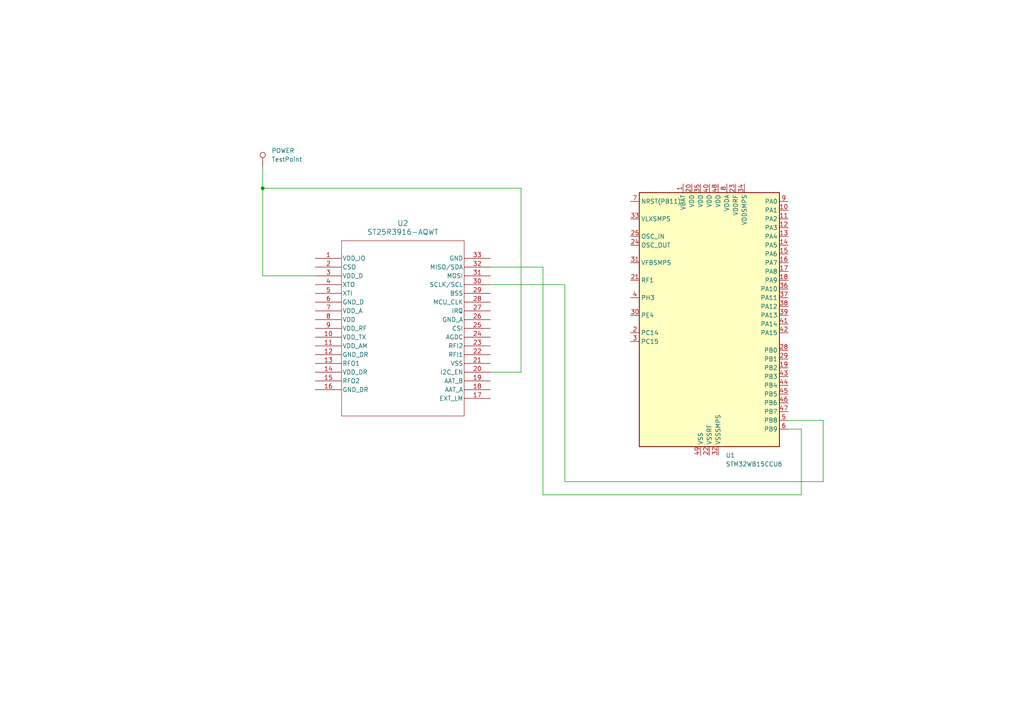
<source format=kicad_sch>
(kicad_sch (version 20230121) (generator eeschema)
  (paper "A4")
  (lib_symbols
    (symbol "2023-09-19_22-20-53:ST25R3916-AQWT" (pin_names (offset 0.254))
      (property "Reference" "U" (at 25.4 10.16 0))
      (property "Value" "ST25R3916-AQWT" (at 25.4 7.62 0))
      (symbol "ST25R3916-AQWT_0_1"
        (polyline (pts (xy 7.62 -45.72) (xy 43.18 -45.72)) (stroke (width 0.127)))
        (polyline (pts (xy 7.62 5.08) (xy 7.62 -45.72)) (stroke (width 0.127)))
        (polyline (pts (xy 43.18 -45.72) (xy 43.18 5.08)) (stroke (width 0.127)))
        (polyline (pts (xy 43.18 5.08) (xy 7.62 5.08)) (stroke (width 0.127)))
        (pin power_in line (at 0 0 0) (length 7.62) (name "VDD_IO") (number "1"))
        (pin power_in line (at 0 -22.86 0) (length 7.62) (name "VDD_TX") (number "10"))
        (pin unspecified line (at 0 -25.4 0) (length 7.62) (name "VDD_AM") (number "11"))
        (pin power_out line (at 0 -27.94 0) (length 7.62) (name "GND_DR") (number "12"))
        (pin unspecified line (at 0 -30.48 0) (length 7.62) (name "RFO1") (number "13"))
        (pin power_in line (at 0 -33.02 0) (length 7.62) (name "VDD_DR") (number "14"))
        (pin unspecified line (at 0 -35.56 0) (length 7.62) (name "RFO2") (number "15"))
        (pin power_out line (at 0 -38.1 0) (length 7.62) (name "GND_DR") (number "16"))
        (pin unspecified line (at 50.8 -40.64 180) (length 7.62) (name "EXT_LM") (number "17"))
        (pin unspecified line (at 50.8 -38.1 180) (length 7.62) (name "AAT_A") (number "18"))
        (pin unspecified line (at 50.8 -35.56 180) (length 7.62) (name "AAT_B") (number "19"))
        (pin unspecified line (at 0 -2.54 0) (length 7.62) (name "CSO") (number "2"))
        (pin input line (at 50.8 -33.02 180) (length 7.62) (name "I2C_EN") (number "20"))
        (pin power_out line (at 50.8 -30.48 180) (length 7.62) (name "VSS") (number "21"))
        (pin unspecified line (at 50.8 -27.94 180) (length 7.62) (name "RFI1") (number "22"))
        (pin unspecified line (at 50.8 -25.4 180) (length 7.62) (name "RFI2") (number "23"))
        (pin unspecified line (at 50.8 -22.86 180) (length 7.62) (name "AGDC") (number "24"))
        (pin unspecified line (at 50.8 -20.32 180) (length 7.62) (name "CSI") (number "25"))
        (pin power_out line (at 50.8 -17.78 180) (length 7.62) (name "GND_A") (number "26"))
        (pin output line (at 50.8 -15.24 180) (length 7.62) (name "IRQ") (number "27"))
        (pin output line (at 50.8 -12.7 180) (length 7.62) (name "MCU_CLK") (number "28"))
        (pin input line (at 50.8 -10.16 180) (length 7.62) (name "BSS") (number "29"))
        (pin unspecified line (at 0 -5.08 0) (length 7.62) (name "VDD_D") (number "3"))
        (pin input line (at 50.8 -7.62 180) (length 7.62) (name "SCLK/SCL") (number "30"))
        (pin input line (at 50.8 -5.08 180) (length 7.62) (name "MOSI") (number "31"))
        (pin bidirectional line (at 50.8 -2.54 180) (length 7.62) (name "MISO/SDA") (number "32"))
        (pin power_out line (at 50.8 0 180) (length 7.62) (name "GND") (number "33"))
        (pin unspecified line (at 0 -7.62 0) (length 7.62) (name "XTO") (number "4"))
        (pin input line (at 0 -10.16 0) (length 7.62) (name "XTI") (number "5"))
        (pin power_out line (at 0 -12.7 0) (length 7.62) (name "GND_D") (number "6"))
        (pin unspecified line (at 0 -15.24 0) (length 7.62) (name "VDD_A") (number "7"))
        (pin power_in line (at 0 -17.78 0) (length 7.62) (name "VDD") (number "8"))
        (pin unspecified line (at 0 -20.32 0) (length 7.62) (name "VDD_RF") (number "9"))
      )
    )
    (symbol "Connector:TestPoint" (pin_numbers hide) (pin_names (offset 0.762) hide)
      (property "Reference" "TP" (at 0 6.858 0))
      (property "Value" "TestPoint" (at 0 5.08 0))
      (symbol "TestPoint_0_1"
        (circle (center 0 3.302) (radius 0.762))
      )
      (symbol "TestPoint_1_1"
        (pin passive line (at 0 0 90) (length 2.54) (name "1") (number "1"))
      )
    )
    (symbol "MCU_ST_STM32WB:STM32WB15CCUx"
      (property "Reference" "U" (at -20.32 39.37 0))
      (property "Value" "STM32WB15CCUx" (at 12.7 39.37 0))
      (symbol "STM32WB15CCUx_0_1"
        (rectangle (start -20.32 -35.56) (end 20.32 38.1) (stroke (width 0.254)) (fill (type background)))
      )
      (symbol "STM32WB15CCUx_1_1"
        (pin power_in line (at -7.62 40.64 270) (length 2.54) (name "VBAT") (number "1"))
        (pin bidirectional line (at 22.86 33.02 180) (length 2.54) (name "PA1") (number "10"))
        (pin bidirectional line (at 22.86 30.48 180) (length 2.54) (name "PA2") (number "11"))
        (pin bidirectional line (at 22.86 27.94 180) (length 2.54) (name "PA3") (number "12"))
        (pin bidirectional line (at 22.86 25.4 180) (length 2.54) (name "PA4") (number "13"))
        (pin bidirectional line (at 22.86 22.86 180) (length 2.54) (name "PA5") (number "14"))
        (pin bidirectional line (at 22.86 20.32 180) (length 2.54) (name "PA6") (number "15"))
        (pin bidirectional line (at 22.86 17.78 180) (length 2.54) (name "PA7") (number "16"))
        (pin bidirectional line (at 22.86 15.24 180) (length 2.54) (name "PA8") (number "17"))
        (pin bidirectional line (at 22.86 12.7 180) (length 2.54) (name "PA9") (number "18"))
        (pin bidirectional line (at 22.86 -12.7 180) (length 2.54) (name "PB2") (number "19"))
        (pin bidirectional line (at -22.86 -2.54 0) (length 2.54) (name "PC14") (number "2"))
        (pin power_in line (at -5.08 40.64 270) (length 2.54) (name "VDD") (number "20"))
        (pin bidirectional line (at -22.86 12.7 0) (length 2.54) (name "RF1") (number "21"))
        (pin power_in line (at 0 -38.1 90) (length 2.54) (name "VSSRF") (number "22"))
        (pin power_in line (at 7.62 40.64 270) (length 2.54) (name "VDDRF") (number "23"))
        (pin input line (at -22.86 22.86 0) (length 2.54) (name "OSC_OUT") (number "24"))
        (pin input line (at -22.86 25.4 0) (length 2.54) (name "OSC_IN") (number "25"))
        (pin no_connect line (at -20.32 -35.56 0) (length 2.54) hide (name "AT0") (number "26"))
        (pin no_connect line (at -20.32 -33.02 0) (length 2.54) hide (name "AT1") (number "27"))
        (pin bidirectional line (at 22.86 -7.62 180) (length 2.54) (name "PB0") (number "28"))
        (pin bidirectional line (at 22.86 -10.16 180) (length 2.54) (name "PB1") (number "29"))
        (pin bidirectional line (at -22.86 -5.08 0) (length 2.54) (name "PC15") (number "3"))
        (pin bidirectional line (at -22.86 2.54 0) (length 2.54) (name "PE4") (number "30"))
        (pin input line (at -22.86 17.78 0) (length 2.54) (name "VFBSMPS") (number "31"))
        (pin power_in line (at 2.54 -38.1 90) (length 2.54) (name "VSSSMPS") (number "32"))
        (pin power_in line (at -22.86 30.48 0) (length 2.54) (name "VLXSMPS") (number "33"))
        (pin power_in line (at 10.16 40.64 270) (length 2.54) (name "VDDSMPS") (number "34"))
        (pin power_in line (at -2.54 40.64 270) (length 2.54) (name "VDD") (number "35"))
        (pin bidirectional line (at 22.86 10.16 180) (length 2.54) (name "PA10") (number "36"))
        (pin bidirectional line (at 22.86 7.62 180) (length 2.54) (name "PA11") (number "37"))
        (pin bidirectional line (at 22.86 5.08 180) (length 2.54) (name "PA12") (number "38"))
        (pin bidirectional line (at 22.86 2.54 180) (length 2.54) (name "PA13") (number "39"))
        (pin bidirectional line (at -22.86 7.62 0) (length 2.54) (name "PH3") (number "4"))
        (pin power_in line (at 0 40.64 270) (length 2.54) (name "VDD") (number "40"))
        (pin bidirectional line (at 22.86 0 180) (length 2.54) (name "PA14") (number "41"))
        (pin bidirectional line (at 22.86 -2.54 180) (length 2.54) (name "PA15") (number "42"))
        (pin bidirectional line (at 22.86 -15.24 180) (length 2.54) (name "PB3") (number "43"))
        (pin bidirectional line (at 22.86 -17.78 180) (length 2.54) (name "PB4") (number "44"))
        (pin bidirectional line (at 22.86 -20.32 180) (length 2.54) (name "PB5") (number "45"))
        (pin bidirectional line (at 22.86 -22.86 180) (length 2.54) (name "PB6") (number "46"))
        (pin bidirectional line (at 22.86 -25.4 180) (length 2.54) (name "PB7") (number "47"))
        (pin power_in line (at 2.54 40.64 270) (length 2.54) (name "VDD") (number "48"))
        (pin power_in line (at -2.54 -38.1 90) (length 2.54) (name "VSS") (number "49"))
        (pin bidirectional line (at 22.86 -27.94 180) (length 2.54) (name "PB8") (number "5"))
        (pin bidirectional line (at 22.86 -30.48 180) (length 2.54) (name "PB9") (number "6"))
        (pin input line (at -22.86 35.56 0) (length 2.54) (name "NRST(PB11)") (number "7"))
        (pin power_in line (at 5.08 40.64 270) (length 2.54) (name "VDDA") (number "8"))
        (pin bidirectional line (at 22.86 35.56 180) (length 2.54) (name "PA0") (number "9"))
      )
    )
  )
  (junction (at 76.2 54.61))
  (wire (pts (xy 151.13 107.95) (xy 142.24 107.95)))
  (wire (pts (xy 76.2 48.26) (xy 76.2 54.61)))
  (wire (pts (xy 142.24 82.55) (xy 163.83 82.55)))
  (wire (pts (xy 238.76 121.92) (xy 228.6 121.92)))
  (wire (pts (xy 151.13 54.61) (xy 151.13 107.95)))
  (wire (pts (xy 157.48 143.51) (xy 232.41 143.51)))
  (wire (pts (xy 163.83 82.55) (xy 163.83 139.7)))
  (wire (pts (xy 157.48 77.47) (xy 157.48 143.51)))
  (wire (pts (xy 76.2 54.61) (xy 151.13 54.61)))
  (wire (pts (xy 232.41 143.51) (xy 232.41 124.46)))
  (wire (pts (xy 238.76 139.7) (xy 238.76 121.92)))
  (wire (pts (xy 76.2 54.61) (xy 76.2 80.01)))
  (wire (pts (xy 163.83 139.7) (xy 238.76 139.7)))
  (wire (pts (xy 142.24 77.47) (xy 157.48 77.47)))
  (wire (pts (xy 232.41 124.46) (xy 228.6 124.46)))
  (wire (pts (xy 76.2 80.01) (xy 91.44 80.01)))
  (symbol (lib_id "2023-09-19_22-20-53:ST25R3916-AQWT") (at 91.44 74.93 0) (unit 1)
    (property "Reference" "U2" (at 116.84 64.77 0) (effects (font (size 1.524 1.524))))
    (property "Value" "ST25R3916-AQWT" (at 116.84 67.31 0) (effects (font (size 1.524 1.524))))
    (property "Footprint" "VFQFPN32_5X5_WETTABLE_STM" (effects hide))
    (property "Datasheet" "ST25R3916-AQWT" (effects hide))
  )
  (symbol (lib_id "Connector:TestPoint") (at 76.2 48.26 0) (unit 1)
    (property "Reference" "POWER" (at 78.74 43.688 0) (effects (justify left)))
    (property "Value" "TestPoint" (at 78.74 46.228 0) (effects (justify left)))
  )
  (symbol (lib_id "MCU_ST_STM32WB:STM32WB15CCUx") (at 205.74 93.98 0) (unit 1)
    (property "Reference" "U1" (at 210.4741 132.08 0) (effects (justify left)))
    (property "Value" "STM32WB15CCU6" (at 210.4741 134.62 0) (effects (justify left)))
    (property "Footprint" "Package_DFN_QFN:QFN-48-1EP_7x7mm_P0.5mm_EP5.6x5.6mm" (effects hide))
    (property "Datasheet" "https://www.st.com/resource/en/datasheet/stm32wb15cc.pdf" (effects hide))
  )
)
</source>
